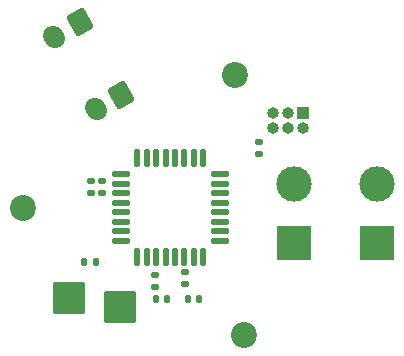
<source format=gbr>
%TF.GenerationSoftware,KiCad,Pcbnew,8.0.4*%
%TF.CreationDate,2024-10-21T16:59:15+03:00*%
%TF.ProjectId,PowerServo AE 36V 3.6A 30D,506f7765-7253-4657-9276-6f2041452033,rev?*%
%TF.SameCoordinates,Original*%
%TF.FileFunction,Soldermask,Top*%
%TF.FilePolarity,Negative*%
%FSLAX46Y46*%
G04 Gerber Fmt 4.6, Leading zero omitted, Abs format (unit mm)*
G04 Created by KiCad (PCBNEW 8.0.4) date 2024-10-21 16:59:15*
%MOMM*%
%LPD*%
G01*
G04 APERTURE LIST*
G04 Aperture macros list*
%AMRoundRect*
0 Rectangle with rounded corners*
0 $1 Rounding radius*
0 $2 $3 $4 $5 $6 $7 $8 $9 X,Y pos of 4 corners*
0 Add a 4 corners polygon primitive as box body*
4,1,4,$2,$3,$4,$5,$6,$7,$8,$9,$2,$3,0*
0 Add four circle primitives for the rounded corners*
1,1,$1+$1,$2,$3*
1,1,$1+$1,$4,$5*
1,1,$1+$1,$6,$7*
1,1,$1+$1,$8,$9*
0 Add four rect primitives between the rounded corners*
20,1,$1+$1,$2,$3,$4,$5,0*
20,1,$1+$1,$4,$5,$6,$7,0*
20,1,$1+$1,$6,$7,$8,$9,0*
20,1,$1+$1,$8,$9,$2,$3,0*%
%AMHorizOval*
0 Thick line with rounded ends*
0 $1 width*
0 $2 $3 position (X,Y) of the first rounded end (center of the circle)*
0 $4 $5 position (X,Y) of the second rounded end (center of the circle)*
0 Add line between two ends*
20,1,$1,$2,$3,$4,$5,0*
0 Add two circle primitives to create the rounded ends*
1,1,$1,$2,$3*
1,1,$1,$4,$5*%
G04 Aperture macros list end*
%ADD10RoundRect,0.140000X0.170000X-0.140000X0.170000X0.140000X-0.170000X0.140000X-0.170000X-0.140000X0*%
%ADD11RoundRect,0.125000X-0.625000X-0.125000X0.625000X-0.125000X0.625000X0.125000X-0.625000X0.125000X0*%
%ADD12RoundRect,0.125000X-0.125000X-0.625000X0.125000X-0.625000X0.125000X0.625000X-0.125000X0.625000X0*%
%ADD13RoundRect,0.135000X-0.185000X0.135000X-0.185000X-0.135000X0.185000X-0.135000X0.185000X0.135000X0*%
%ADD14RoundRect,0.250000X-1.125000X-1.125000X1.125000X-1.125000X1.125000X1.125000X-1.125000X1.125000X0*%
%ADD15C,2.200000*%
%ADD16RoundRect,0.135000X-0.135000X-0.185000X0.135000X-0.185000X0.135000X0.185000X-0.135000X0.185000X0*%
%ADD17R,3.000000X3.000000*%
%ADD18C,3.000000*%
%ADD19RoundRect,0.250000X0.144615X0.949519X-0.894615X0.349519X-0.144615X-0.949519X0.894615X-0.349519X0*%
%ADD20HorizOval,1.700000X-0.075000X0.129904X0.075000X-0.129904X0*%
%ADD21RoundRect,0.147500X0.147500X0.172500X-0.147500X0.172500X-0.147500X-0.172500X0.147500X-0.172500X0*%
%ADD22R,1.000000X1.000000*%
%ADD23O,1.000000X1.000000*%
G04 APERTURE END LIST*
D10*
%TO.C,C3*%
X86750000Y-71480000D03*
X86750000Y-70520000D03*
%TD*%
D11*
%TO.C,U7*%
X89325000Y-69950000D03*
X89325000Y-70750000D03*
X89325000Y-71550000D03*
X89325000Y-72350000D03*
X89325000Y-73150000D03*
X89325000Y-73950000D03*
X89325000Y-74750000D03*
X89325000Y-75550000D03*
D12*
X90700000Y-76925000D03*
X91500000Y-76925000D03*
X92300000Y-76925000D03*
X93100000Y-76925000D03*
X93900000Y-76925000D03*
X94700000Y-76925000D03*
X95500000Y-76925000D03*
X96300000Y-76925000D03*
D11*
X97675000Y-75550000D03*
X97675000Y-74750000D03*
X97675000Y-73950000D03*
X97675000Y-73150000D03*
X97675000Y-72350000D03*
X97675000Y-71550000D03*
X97675000Y-70750000D03*
X97675000Y-69950000D03*
D12*
X96300000Y-68575000D03*
X95500000Y-68575000D03*
X94700000Y-68575000D03*
X93900000Y-68575000D03*
X93100000Y-68575000D03*
X92300000Y-68575000D03*
X91500000Y-68575000D03*
X90700000Y-68575000D03*
%TD*%
D13*
%TO.C,R3*%
X100999999Y-67230000D03*
X101000001Y-68250000D03*
%TD*%
%TO.C,R4*%
X94750001Y-78240000D03*
X94749999Y-79260000D03*
%TD*%
D14*
%TO.C,J2*%
X89250000Y-81150000D03*
%TD*%
D15*
%TO.C,REF\u002A\u002A*%
X99750000Y-83500000D03*
%TD*%
D10*
%TO.C,C4*%
X87750000Y-71480000D03*
X87750000Y-70520000D03*
%TD*%
D16*
%TO.C,R1*%
X86205000Y-77381751D03*
X87225000Y-77381749D03*
%TD*%
D17*
%TO.C,J5*%
X110999999Y-75750000D03*
D18*
X110999999Y-70750000D03*
%TD*%
D19*
%TO.C,J6*%
X85832923Y-57063277D03*
D20*
X83667860Y-58313278D03*
%TD*%
D15*
%TO.C,REF\u002A\u002A*%
X81000000Y-72750000D03*
%TD*%
D14*
%TO.C,J7*%
X84950000Y-80450000D03*
%TD*%
D19*
%TO.C,J1*%
X89354915Y-63188669D03*
D20*
X87189852Y-64438670D03*
%TD*%
D17*
%TO.C,J4*%
X104000000Y-75750000D03*
D18*
X104000000Y-70750000D03*
%TD*%
D21*
%TO.C,D2*%
X93234998Y-80500000D03*
X92265002Y-80500000D03*
%TD*%
D15*
%TO.C,REF\u002A\u002A*%
X99000000Y-61500000D03*
%TD*%
D13*
%TO.C,R5*%
X92250002Y-78480000D03*
X92250000Y-79500000D03*
%TD*%
D22*
%TO.C,J3*%
X104750000Y-64729999D03*
D23*
X104750000Y-66000000D03*
X103479999Y-64729999D03*
X103480002Y-65999998D03*
X102209996Y-64729996D03*
X102210000Y-66000000D03*
%TD*%
D21*
%TO.C,D1*%
X95969996Y-80500000D03*
X95000000Y-80500000D03*
%TD*%
M02*

</source>
